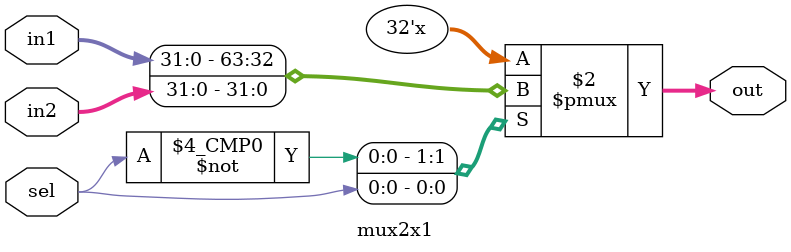
<source format=sv>
module mux2x1 (
    input logic sel,
    input logic [31:0] in1, in2,
    output logic [31:0] out 
);
    
always_comb
begin
    case(sel)
        1'b0: out = in1;
        1'b1: out = in2;
    endcase
end

endmodule
</source>
